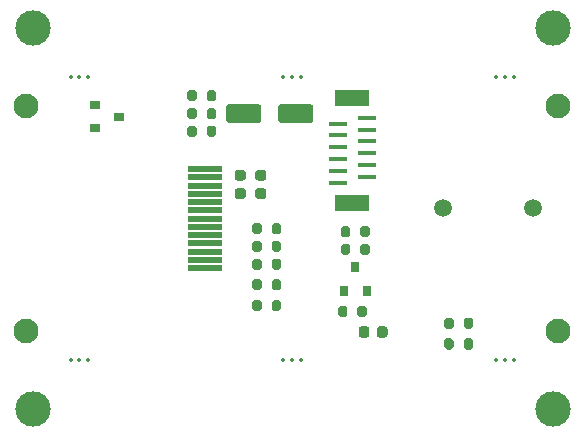
<source format=gbs>
%TF.GenerationSoftware,KiCad,Pcbnew,(5.1.8)-1*%
%TF.CreationDate,2021-01-16T15:49:20-05:00*%
%TF.ProjectId,uratt_fp,75726174-745f-4667-902e-6b696361645f,rev?*%
%TF.SameCoordinates,Original*%
%TF.FileFunction,Soldermask,Bot*%
%TF.FilePolarity,Negative*%
%FSLAX46Y46*%
G04 Gerber Fmt 4.6, Leading zero omitted, Abs format (unit mm)*
G04 Created by KiCad (PCBNEW (5.1.8)-1) date 2021-01-16 15:49:20*
%MOMM*%
%LPD*%
G01*
G04 APERTURE LIST*
%ADD10R,2.900000X1.400000*%
%ADD11R,1.600000X0.400000*%
%ADD12C,1.508000*%
%ADD13C,3.000000*%
%ADD14C,0.350000*%
%ADD15R,3.000000X0.500000*%
%ADD16R,0.800000X0.900000*%
%ADD17R,0.900000X0.800000*%
%ADD18C,2.100000*%
G04 APERTURE END LIST*
D10*
%TO.C,J101*%
X67250000Y-128152000D03*
X67250000Y-137052000D03*
D11*
X68450000Y-129852000D03*
X66050000Y-130352000D03*
X68450000Y-130852000D03*
X66050000Y-131352000D03*
X68450000Y-131852000D03*
X66050000Y-132352000D03*
X68450000Y-132852000D03*
X66050000Y-133352000D03*
X68450000Y-133852000D03*
X66050000Y-134352000D03*
X68450000Y-134852000D03*
X66050000Y-135352000D03*
%TD*%
D12*
%TO.C,LS101*%
X74950000Y-137500000D03*
X82550000Y-137500000D03*
%TD*%
%TO.C,C104*%
G36*
G01*
X59550000Y-128950000D02*
X59550000Y-130050000D01*
G75*
G02*
X59300000Y-130300000I-250000J0D01*
G01*
X56800000Y-130300000D01*
G75*
G02*
X56550000Y-130050000I0J250000D01*
G01*
X56550000Y-128950000D01*
G75*
G02*
X56800000Y-128700000I250000J0D01*
G01*
X59300000Y-128700000D01*
G75*
G02*
X59550000Y-128950000I0J-250000D01*
G01*
G37*
G36*
G01*
X63950000Y-128950000D02*
X63950000Y-130050000D01*
G75*
G02*
X63700000Y-130300000I-250000J0D01*
G01*
X61200000Y-130300000D01*
G75*
G02*
X60950000Y-130050000I0J250000D01*
G01*
X60950000Y-128950000D01*
G75*
G02*
X61200000Y-128700000I250000J0D01*
G01*
X63700000Y-128700000D01*
G75*
G02*
X63950000Y-128950000I0J-250000D01*
G01*
G37*
%TD*%
D13*
%TO.C,FID8*%
X84250000Y-122250000D03*
%TD*%
%TO.C,FID7*%
X40250000Y-122250000D03*
%TD*%
%TO.C,FID4*%
X84250000Y-154500000D03*
%TD*%
%TO.C,FID3*%
X40250000Y-154500000D03*
%TD*%
D14*
%TO.C,BK6*%
X80146000Y-126380000D03*
X79396000Y-126380000D03*
X80896000Y-126380000D03*
%TD*%
%TO.C,BK5*%
X62146000Y-126380000D03*
X61396000Y-126380000D03*
X62896000Y-126380000D03*
%TD*%
%TO.C,BK4*%
X44146000Y-126380000D03*
X43396000Y-126380000D03*
X44896000Y-126380000D03*
%TD*%
%TO.C,BK3*%
X80146000Y-150380000D03*
X80896000Y-150380000D03*
X79396000Y-150380000D03*
%TD*%
%TO.C,BK2*%
X62146000Y-150380000D03*
X62896000Y-150380000D03*
X61396000Y-150380000D03*
%TD*%
%TO.C,BK1*%
X44146000Y-150380000D03*
X44896000Y-150380000D03*
X43396000Y-150380000D03*
%TD*%
D15*
%TO.C,LCD101*%
X54737000Y-134192000D03*
X54737000Y-134892000D03*
X54737000Y-135592000D03*
X54737000Y-136292000D03*
X54737000Y-136992000D03*
X54737000Y-137692000D03*
X54737000Y-138392000D03*
X54737000Y-139092000D03*
X54737000Y-139792000D03*
X54737000Y-140492000D03*
X54737000Y-141192000D03*
X54737000Y-141892000D03*
X54737000Y-142592000D03*
%TD*%
%TO.C,R113*%
G36*
G01*
X67925000Y-139775000D02*
X67925000Y-139225000D01*
G75*
G02*
X68125000Y-139025000I200000J0D01*
G01*
X68525000Y-139025000D01*
G75*
G02*
X68725000Y-139225000I0J-200000D01*
G01*
X68725000Y-139775000D01*
G75*
G02*
X68525000Y-139975000I-200000J0D01*
G01*
X68125000Y-139975000D01*
G75*
G02*
X67925000Y-139775000I0J200000D01*
G01*
G37*
G36*
G01*
X66275000Y-139775000D02*
X66275000Y-139225000D01*
G75*
G02*
X66475000Y-139025000I200000J0D01*
G01*
X66875000Y-139025000D01*
G75*
G02*
X67075000Y-139225000I0J-200000D01*
G01*
X67075000Y-139775000D01*
G75*
G02*
X66875000Y-139975000I-200000J0D01*
G01*
X66475000Y-139975000D01*
G75*
G02*
X66275000Y-139775000I0J200000D01*
G01*
G37*
%TD*%
%TO.C,R112*%
G36*
G01*
X66825000Y-145975000D02*
X66825000Y-146525000D01*
G75*
G02*
X66625000Y-146725000I-200000J0D01*
G01*
X66225000Y-146725000D01*
G75*
G02*
X66025000Y-146525000I0J200000D01*
G01*
X66025000Y-145975000D01*
G75*
G02*
X66225000Y-145775000I200000J0D01*
G01*
X66625000Y-145775000D01*
G75*
G02*
X66825000Y-145975000I0J-200000D01*
G01*
G37*
G36*
G01*
X68475000Y-145975000D02*
X68475000Y-146525000D01*
G75*
G02*
X68275000Y-146725000I-200000J0D01*
G01*
X67875000Y-146725000D01*
G75*
G02*
X67675000Y-146525000I0J200000D01*
G01*
X67675000Y-145975000D01*
G75*
G02*
X67875000Y-145775000I200000J0D01*
G01*
X68275000Y-145775000D01*
G75*
G02*
X68475000Y-145975000I0J-200000D01*
G01*
G37*
%TD*%
%TO.C,R111*%
G36*
G01*
X67925000Y-141275000D02*
X67925000Y-140725000D01*
G75*
G02*
X68125000Y-140525000I200000J0D01*
G01*
X68525000Y-140525000D01*
G75*
G02*
X68725000Y-140725000I0J-200000D01*
G01*
X68725000Y-141275000D01*
G75*
G02*
X68525000Y-141475000I-200000J0D01*
G01*
X68125000Y-141475000D01*
G75*
G02*
X67925000Y-141275000I0J200000D01*
G01*
G37*
G36*
G01*
X66275000Y-141275000D02*
X66275000Y-140725000D01*
G75*
G02*
X66475000Y-140525000I200000J0D01*
G01*
X66875000Y-140525000D01*
G75*
G02*
X67075000Y-140725000I0J-200000D01*
G01*
X67075000Y-141275000D01*
G75*
G02*
X66875000Y-141475000I-200000J0D01*
G01*
X66475000Y-141475000D01*
G75*
G02*
X66275000Y-141275000I0J200000D01*
G01*
G37*
%TD*%
%TO.C,R110*%
G36*
G01*
X54925000Y-131275000D02*
X54925000Y-130725000D01*
G75*
G02*
X55125000Y-130525000I200000J0D01*
G01*
X55525000Y-130525000D01*
G75*
G02*
X55725000Y-130725000I0J-200000D01*
G01*
X55725000Y-131275000D01*
G75*
G02*
X55525000Y-131475000I-200000J0D01*
G01*
X55125000Y-131475000D01*
G75*
G02*
X54925000Y-131275000I0J200000D01*
G01*
G37*
G36*
G01*
X53275000Y-131275000D02*
X53275000Y-130725000D01*
G75*
G02*
X53475000Y-130525000I200000J0D01*
G01*
X53875000Y-130525000D01*
G75*
G02*
X54075000Y-130725000I0J-200000D01*
G01*
X54075000Y-131275000D01*
G75*
G02*
X53875000Y-131475000I-200000J0D01*
G01*
X53475000Y-131475000D01*
G75*
G02*
X53275000Y-131275000I0J200000D01*
G01*
G37*
%TD*%
%TO.C,R109*%
G36*
G01*
X60425000Y-146025000D02*
X60425000Y-145475000D01*
G75*
G02*
X60625000Y-145275000I200000J0D01*
G01*
X61025000Y-145275000D01*
G75*
G02*
X61225000Y-145475000I0J-200000D01*
G01*
X61225000Y-146025000D01*
G75*
G02*
X61025000Y-146225000I-200000J0D01*
G01*
X60625000Y-146225000D01*
G75*
G02*
X60425000Y-146025000I0J200000D01*
G01*
G37*
G36*
G01*
X58775000Y-146025000D02*
X58775000Y-145475000D01*
G75*
G02*
X58975000Y-145275000I200000J0D01*
G01*
X59375000Y-145275000D01*
G75*
G02*
X59575000Y-145475000I0J-200000D01*
G01*
X59575000Y-146025000D01*
G75*
G02*
X59375000Y-146225000I-200000J0D01*
G01*
X58975000Y-146225000D01*
G75*
G02*
X58775000Y-146025000I0J200000D01*
G01*
G37*
%TD*%
%TO.C,R108*%
G36*
G01*
X60425000Y-142525000D02*
X60425000Y-141975000D01*
G75*
G02*
X60625000Y-141775000I200000J0D01*
G01*
X61025000Y-141775000D01*
G75*
G02*
X61225000Y-141975000I0J-200000D01*
G01*
X61225000Y-142525000D01*
G75*
G02*
X61025000Y-142725000I-200000J0D01*
G01*
X60625000Y-142725000D01*
G75*
G02*
X60425000Y-142525000I0J200000D01*
G01*
G37*
G36*
G01*
X58775000Y-142525000D02*
X58775000Y-141975000D01*
G75*
G02*
X58975000Y-141775000I200000J0D01*
G01*
X59375000Y-141775000D01*
G75*
G02*
X59575000Y-141975000I0J-200000D01*
G01*
X59575000Y-142525000D01*
G75*
G02*
X59375000Y-142725000I-200000J0D01*
G01*
X58975000Y-142725000D01*
G75*
G02*
X58775000Y-142525000I0J200000D01*
G01*
G37*
%TD*%
%TO.C,R107*%
G36*
G01*
X60425000Y-139525000D02*
X60425000Y-138975000D01*
G75*
G02*
X60625000Y-138775000I200000J0D01*
G01*
X61025000Y-138775000D01*
G75*
G02*
X61225000Y-138975000I0J-200000D01*
G01*
X61225000Y-139525000D01*
G75*
G02*
X61025000Y-139725000I-200000J0D01*
G01*
X60625000Y-139725000D01*
G75*
G02*
X60425000Y-139525000I0J200000D01*
G01*
G37*
G36*
G01*
X58775000Y-139525000D02*
X58775000Y-138975000D01*
G75*
G02*
X58975000Y-138775000I200000J0D01*
G01*
X59375000Y-138775000D01*
G75*
G02*
X59575000Y-138975000I0J-200000D01*
G01*
X59575000Y-139525000D01*
G75*
G02*
X59375000Y-139725000I-200000J0D01*
G01*
X58975000Y-139725000D01*
G75*
G02*
X58775000Y-139525000I0J200000D01*
G01*
G37*
%TD*%
%TO.C,R106*%
G36*
G01*
X60425000Y-144275000D02*
X60425000Y-143725000D01*
G75*
G02*
X60625000Y-143525000I200000J0D01*
G01*
X61025000Y-143525000D01*
G75*
G02*
X61225000Y-143725000I0J-200000D01*
G01*
X61225000Y-144275000D01*
G75*
G02*
X61025000Y-144475000I-200000J0D01*
G01*
X60625000Y-144475000D01*
G75*
G02*
X60425000Y-144275000I0J200000D01*
G01*
G37*
G36*
G01*
X58775000Y-144275000D02*
X58775000Y-143725000D01*
G75*
G02*
X58975000Y-143525000I200000J0D01*
G01*
X59375000Y-143525000D01*
G75*
G02*
X59575000Y-143725000I0J-200000D01*
G01*
X59575000Y-144275000D01*
G75*
G02*
X59375000Y-144475000I-200000J0D01*
G01*
X58975000Y-144475000D01*
G75*
G02*
X58775000Y-144275000I0J200000D01*
G01*
G37*
%TD*%
%TO.C,R105*%
G36*
G01*
X60425000Y-141025000D02*
X60425000Y-140475000D01*
G75*
G02*
X60625000Y-140275000I200000J0D01*
G01*
X61025000Y-140275000D01*
G75*
G02*
X61225000Y-140475000I0J-200000D01*
G01*
X61225000Y-141025000D01*
G75*
G02*
X61025000Y-141225000I-200000J0D01*
G01*
X60625000Y-141225000D01*
G75*
G02*
X60425000Y-141025000I0J200000D01*
G01*
G37*
G36*
G01*
X58775000Y-141025000D02*
X58775000Y-140475000D01*
G75*
G02*
X58975000Y-140275000I200000J0D01*
G01*
X59375000Y-140275000D01*
G75*
G02*
X59575000Y-140475000I0J-200000D01*
G01*
X59575000Y-141025000D01*
G75*
G02*
X59375000Y-141225000I-200000J0D01*
G01*
X58975000Y-141225000D01*
G75*
G02*
X58775000Y-141025000I0J200000D01*
G01*
G37*
%TD*%
%TO.C,R104*%
G36*
G01*
X54075000Y-127725000D02*
X54075000Y-128275000D01*
G75*
G02*
X53875000Y-128475000I-200000J0D01*
G01*
X53475000Y-128475000D01*
G75*
G02*
X53275000Y-128275000I0J200000D01*
G01*
X53275000Y-127725000D01*
G75*
G02*
X53475000Y-127525000I200000J0D01*
G01*
X53875000Y-127525000D01*
G75*
G02*
X54075000Y-127725000I0J-200000D01*
G01*
G37*
G36*
G01*
X55725000Y-127725000D02*
X55725000Y-128275000D01*
G75*
G02*
X55525000Y-128475000I-200000J0D01*
G01*
X55125000Y-128475000D01*
G75*
G02*
X54925000Y-128275000I0J200000D01*
G01*
X54925000Y-127725000D01*
G75*
G02*
X55125000Y-127525000I200000J0D01*
G01*
X55525000Y-127525000D01*
G75*
G02*
X55725000Y-127725000I0J-200000D01*
G01*
G37*
%TD*%
%TO.C,R103*%
G36*
G01*
X54925000Y-129775000D02*
X54925000Y-129225000D01*
G75*
G02*
X55125000Y-129025000I200000J0D01*
G01*
X55525000Y-129025000D01*
G75*
G02*
X55725000Y-129225000I0J-200000D01*
G01*
X55725000Y-129775000D01*
G75*
G02*
X55525000Y-129975000I-200000J0D01*
G01*
X55125000Y-129975000D01*
G75*
G02*
X54925000Y-129775000I0J200000D01*
G01*
G37*
G36*
G01*
X53275000Y-129775000D02*
X53275000Y-129225000D01*
G75*
G02*
X53475000Y-129025000I200000J0D01*
G01*
X53875000Y-129025000D01*
G75*
G02*
X54075000Y-129225000I0J-200000D01*
G01*
X54075000Y-129775000D01*
G75*
G02*
X53875000Y-129975000I-200000J0D01*
G01*
X53475000Y-129975000D01*
G75*
G02*
X53275000Y-129775000I0J200000D01*
G01*
G37*
%TD*%
%TO.C,R102*%
G36*
G01*
X75825000Y-146975000D02*
X75825000Y-147525000D01*
G75*
G02*
X75625000Y-147725000I-200000J0D01*
G01*
X75225000Y-147725000D01*
G75*
G02*
X75025000Y-147525000I0J200000D01*
G01*
X75025000Y-146975000D01*
G75*
G02*
X75225000Y-146775000I200000J0D01*
G01*
X75625000Y-146775000D01*
G75*
G02*
X75825000Y-146975000I0J-200000D01*
G01*
G37*
G36*
G01*
X77475000Y-146975000D02*
X77475000Y-147525000D01*
G75*
G02*
X77275000Y-147725000I-200000J0D01*
G01*
X76875000Y-147725000D01*
G75*
G02*
X76675000Y-147525000I0J200000D01*
G01*
X76675000Y-146975000D01*
G75*
G02*
X76875000Y-146775000I200000J0D01*
G01*
X77275000Y-146775000D01*
G75*
G02*
X77475000Y-146975000I0J-200000D01*
G01*
G37*
%TD*%
%TO.C,R101*%
G36*
G01*
X76675000Y-149275000D02*
X76675000Y-148725000D01*
G75*
G02*
X76875000Y-148525000I200000J0D01*
G01*
X77275000Y-148525000D01*
G75*
G02*
X77475000Y-148725000I0J-200000D01*
G01*
X77475000Y-149275000D01*
G75*
G02*
X77275000Y-149475000I-200000J0D01*
G01*
X76875000Y-149475000D01*
G75*
G02*
X76675000Y-149275000I0J200000D01*
G01*
G37*
G36*
G01*
X75025000Y-149275000D02*
X75025000Y-148725000D01*
G75*
G02*
X75225000Y-148525000I200000J0D01*
G01*
X75625000Y-148525000D01*
G75*
G02*
X75825000Y-148725000I0J-200000D01*
G01*
X75825000Y-149275000D01*
G75*
G02*
X75625000Y-149475000I-200000J0D01*
G01*
X75225000Y-149475000D01*
G75*
G02*
X75025000Y-149275000I0J200000D01*
G01*
G37*
%TD*%
D16*
%TO.C,Q102*%
X67500000Y-142500000D03*
X66550000Y-144500000D03*
X68450000Y-144500000D03*
%TD*%
D17*
%TO.C,Q101*%
X47500000Y-129750000D03*
X45500000Y-128800000D03*
X45500000Y-130700000D03*
%TD*%
D18*
%TO.C,H104*%
X39646000Y-147880000D03*
%TD*%
%TO.C,H103*%
X84646000Y-147880000D03*
%TD*%
%TO.C,H102*%
X39646000Y-128880000D03*
%TD*%
%TO.C,H101*%
X84646000Y-128880000D03*
%TD*%
%TO.C,C103*%
G36*
G01*
X59750000Y-135175000D02*
X59250000Y-135175000D01*
G75*
G02*
X59025000Y-134950000I0J225000D01*
G01*
X59025000Y-134500000D01*
G75*
G02*
X59250000Y-134275000I225000J0D01*
G01*
X59750000Y-134275000D01*
G75*
G02*
X59975000Y-134500000I0J-225000D01*
G01*
X59975000Y-134950000D01*
G75*
G02*
X59750000Y-135175000I-225000J0D01*
G01*
G37*
G36*
G01*
X59750000Y-136725000D02*
X59250000Y-136725000D01*
G75*
G02*
X59025000Y-136500000I0J225000D01*
G01*
X59025000Y-136050000D01*
G75*
G02*
X59250000Y-135825000I225000J0D01*
G01*
X59750000Y-135825000D01*
G75*
G02*
X59975000Y-136050000I0J-225000D01*
G01*
X59975000Y-136500000D01*
G75*
G02*
X59750000Y-136725000I-225000J0D01*
G01*
G37*
%TD*%
%TO.C,C102*%
G36*
G01*
X58000000Y-135175000D02*
X57500000Y-135175000D01*
G75*
G02*
X57275000Y-134950000I0J225000D01*
G01*
X57275000Y-134500000D01*
G75*
G02*
X57500000Y-134275000I225000J0D01*
G01*
X58000000Y-134275000D01*
G75*
G02*
X58225000Y-134500000I0J-225000D01*
G01*
X58225000Y-134950000D01*
G75*
G02*
X58000000Y-135175000I-225000J0D01*
G01*
G37*
G36*
G01*
X58000000Y-136725000D02*
X57500000Y-136725000D01*
G75*
G02*
X57275000Y-136500000I0J225000D01*
G01*
X57275000Y-136050000D01*
G75*
G02*
X57500000Y-135825000I225000J0D01*
G01*
X58000000Y-135825000D01*
G75*
G02*
X58225000Y-136050000I0J-225000D01*
G01*
X58225000Y-136500000D01*
G75*
G02*
X58000000Y-136725000I-225000J0D01*
G01*
G37*
%TD*%
%TO.C,C101*%
G36*
G01*
X68675000Y-147750000D02*
X68675000Y-148250000D01*
G75*
G02*
X68450000Y-148475000I-225000J0D01*
G01*
X68000000Y-148475000D01*
G75*
G02*
X67775000Y-148250000I0J225000D01*
G01*
X67775000Y-147750000D01*
G75*
G02*
X68000000Y-147525000I225000J0D01*
G01*
X68450000Y-147525000D01*
G75*
G02*
X68675000Y-147750000I0J-225000D01*
G01*
G37*
G36*
G01*
X70225000Y-147750000D02*
X70225000Y-148250000D01*
G75*
G02*
X70000000Y-148475000I-225000J0D01*
G01*
X69550000Y-148475000D01*
G75*
G02*
X69325000Y-148250000I0J225000D01*
G01*
X69325000Y-147750000D01*
G75*
G02*
X69550000Y-147525000I225000J0D01*
G01*
X70000000Y-147525000D01*
G75*
G02*
X70225000Y-147750000I0J-225000D01*
G01*
G37*
%TD*%
M02*

</source>
